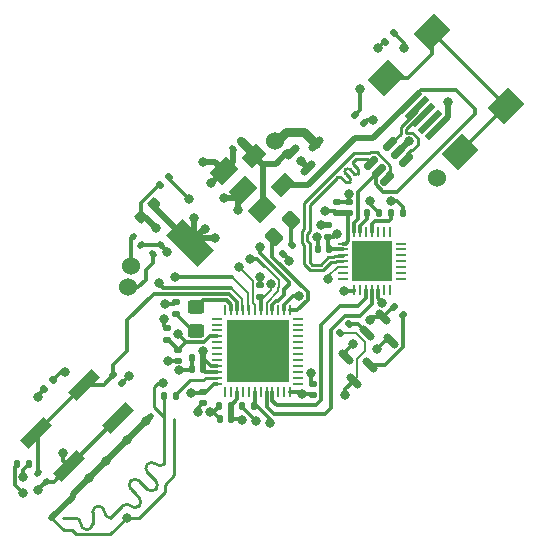
<source format=gbr>
%TF.GenerationSoftware,KiCad,Pcbnew,6.0.1-79c1e3a40b~116~ubuntu20.04.1*%
%TF.CreationDate,2022-02-07T17:34:26-08:00*%
%TF.ProjectId,MirageR1,4d697261-6765-4523-912e-6b696361645f,rev?*%
%TF.SameCoordinates,Original*%
%TF.FileFunction,Copper,L4,Bot*%
%TF.FilePolarity,Positive*%
%FSLAX46Y46*%
G04 Gerber Fmt 4.6, Leading zero omitted, Abs format (unit mm)*
G04 Created by KiCad (PCBNEW 6.0.1-79c1e3a40b~116~ubuntu20.04.1) date 2022-02-07 17:34:26*
%MOMM*%
%LPD*%
G01*
G04 APERTURE LIST*
G04 Aperture macros list*
%AMRoundRect*
0 Rectangle with rounded corners*
0 $1 Rounding radius*
0 $2 $3 $4 $5 $6 $7 $8 $9 X,Y pos of 4 corners*
0 Add a 4 corners polygon primitive as box body*
4,1,4,$2,$3,$4,$5,$6,$7,$8,$9,$2,$3,0*
0 Add four circle primitives for the rounded corners*
1,1,$1+$1,$2,$3*
1,1,$1+$1,$4,$5*
1,1,$1+$1,$6,$7*
1,1,$1+$1,$8,$9*
0 Add four rect primitives between the rounded corners*
20,1,$1+$1,$2,$3,$4,$5,0*
20,1,$1+$1,$4,$5,$6,$7,0*
20,1,$1+$1,$6,$7,$8,$9,0*
20,1,$1+$1,$8,$9,$2,$3,0*%
%AMRotRect*
0 Rectangle, with rotation*
0 The origin of the aperture is its center*
0 $1 length*
0 $2 width*
0 $3 Rotation angle, in degrees counterclockwise*
0 Add horizontal line*
21,1,$1,$2,0,0,$3*%
G04 Aperture macros list end*
%TA.AperFunction,SMDPad,CuDef*%
%ADD10RoundRect,0.062500X-0.337500X-0.062500X0.337500X-0.062500X0.337500X0.062500X-0.337500X0.062500X0*%
%TD*%
%TA.AperFunction,SMDPad,CuDef*%
%ADD11RoundRect,0.062500X-0.062500X-0.337500X0.062500X-0.337500X0.062500X0.337500X-0.062500X0.337500X0*%
%TD*%
%TA.AperFunction,SMDPad,CuDef*%
%ADD12R,5.300000X5.300000*%
%TD*%
%TA.AperFunction,SMDPad,CuDef*%
%ADD13R,3.350000X3.350000*%
%TD*%
%TA.AperFunction,SMDPad,CuDef*%
%ADD14RoundRect,0.150000X0.256326X0.468458X-0.468458X-0.256326X-0.256326X-0.468458X0.468458X0.256326X0*%
%TD*%
%TA.AperFunction,SMDPad,CuDef*%
%ADD15RotRect,2.000000X1.500000X225.000000*%
%TD*%
%TA.AperFunction,SMDPad,CuDef*%
%ADD16RotRect,2.000000X3.800000X225.000000*%
%TD*%
%TA.AperFunction,SMDPad,CuDef*%
%ADD17RotRect,2.800000X1.000000X225.000000*%
%TD*%
%TA.AperFunction,SMDPad,CuDef*%
%ADD18RoundRect,0.135000X0.135000X0.185000X-0.135000X0.185000X-0.135000X-0.185000X0.135000X-0.185000X0*%
%TD*%
%TA.AperFunction,SMDPad,CuDef*%
%ADD19RoundRect,0.135000X0.185000X-0.135000X0.185000X0.135000X-0.185000X0.135000X-0.185000X-0.135000X0*%
%TD*%
%TA.AperFunction,SMDPad,CuDef*%
%ADD20RoundRect,0.135000X-0.035355X0.226274X-0.226274X0.035355X0.035355X-0.226274X0.226274X-0.035355X0*%
%TD*%
%TA.AperFunction,SMDPad,CuDef*%
%ADD21RoundRect,0.135000X-0.226274X-0.035355X-0.035355X-0.226274X0.226274X0.035355X0.035355X0.226274X0*%
%TD*%
%TA.AperFunction,SMDPad,CuDef*%
%ADD22RoundRect,0.135000X0.035355X-0.226274X0.226274X-0.035355X-0.035355X0.226274X-0.226274X0.035355X0*%
%TD*%
%TA.AperFunction,SMDPad,CuDef*%
%ADD23RoundRect,0.135000X-0.135000X-0.185000X0.135000X-0.185000X0.135000X0.185000X-0.135000X0.185000X0*%
%TD*%
%TA.AperFunction,SMDPad,CuDef*%
%ADD24RoundRect,0.150000X-0.521491X0.309359X0.309359X-0.521491X0.521491X-0.309359X-0.309359X0.521491X0*%
%TD*%
%TA.AperFunction,SMDPad,CuDef*%
%ADD25RoundRect,0.150000X0.521491X-0.309359X-0.309359X0.521491X-0.521491X0.309359X0.309359X-0.521491X0*%
%TD*%
%TA.AperFunction,SMDPad,CuDef*%
%ADD26RoundRect,0.150000X-0.309359X-0.521491X0.521491X0.309359X0.309359X0.521491X-0.521491X-0.309359X0*%
%TD*%
%TA.AperFunction,SMDPad,CuDef*%
%ADD27RotRect,2.000000X2.500000X315.000000*%
%TD*%
%TA.AperFunction,SMDPad,CuDef*%
%ADD28RotRect,0.500000X2.500000X315.000000*%
%TD*%
%TA.AperFunction,SMDPad,CuDef*%
%ADD29RoundRect,0.250000X0.450000X-0.325000X0.450000X0.325000X-0.450000X0.325000X-0.450000X-0.325000X0*%
%TD*%
%TA.AperFunction,SMDPad,CuDef*%
%ADD30RoundRect,0.250000X-0.088388X0.548008X-0.548008X0.088388X0.088388X-0.548008X0.548008X-0.088388X0*%
%TD*%
%TA.AperFunction,SMDPad,CuDef*%
%ADD31RotRect,1.300000X1.700000X315.000000*%
%TD*%
%TA.AperFunction,SMDPad,CuDef*%
%ADD32RoundRect,0.140000X0.021213X-0.219203X0.219203X-0.021213X-0.021213X0.219203X-0.219203X0.021213X0*%
%TD*%
%TA.AperFunction,SMDPad,CuDef*%
%ADD33RoundRect,0.140000X0.219203X0.021213X0.021213X0.219203X-0.219203X-0.021213X-0.021213X-0.219203X0*%
%TD*%
%TA.AperFunction,SMDPad,CuDef*%
%ADD34RoundRect,0.140000X-0.170000X0.140000X-0.170000X-0.140000X0.170000X-0.140000X0.170000X0.140000X0*%
%TD*%
%TA.AperFunction,SMDPad,CuDef*%
%ADD35RoundRect,0.140000X-0.219203X-0.021213X-0.021213X-0.219203X0.219203X0.021213X0.021213X0.219203X0*%
%TD*%
%TA.AperFunction,SMDPad,CuDef*%
%ADD36RoundRect,0.140000X0.140000X0.170000X-0.140000X0.170000X-0.140000X-0.170000X0.140000X-0.170000X0*%
%TD*%
%TA.AperFunction,SMDPad,CuDef*%
%ADD37RoundRect,0.140000X0.170000X-0.140000X0.170000X0.140000X-0.170000X0.140000X-0.170000X-0.140000X0*%
%TD*%
%TA.AperFunction,SMDPad,CuDef*%
%ADD38RoundRect,0.225000X-0.017678X0.335876X-0.335876X0.017678X0.017678X-0.335876X0.335876X-0.017678X0*%
%TD*%
%TA.AperFunction,SMDPad,CuDef*%
%ADD39RoundRect,0.140000X-0.021213X0.219203X-0.219203X0.021213X0.021213X-0.219203X0.219203X-0.021213X0*%
%TD*%
%TA.AperFunction,ViaPad*%
%ADD40C,0.800000*%
%TD*%
%TA.AperFunction,ViaPad*%
%ADD41C,1.524000*%
%TD*%
%TA.AperFunction,Conductor*%
%ADD42C,0.250000*%
%TD*%
%TA.AperFunction,Conductor*%
%ADD43C,0.500000*%
%TD*%
%TA.AperFunction,Conductor*%
%ADD44C,0.293000*%
%TD*%
%TA.AperFunction,Conductor*%
%ADD45C,0.300000*%
%TD*%
%TA.AperFunction,Conductor*%
%ADD46C,0.261112*%
%TD*%
%TA.AperFunction,Conductor*%
%ADD47C,0.200000*%
%TD*%
%TA.AperFunction,Conductor*%
%ADD48C,0.750000*%
%TD*%
G04 APERTURE END LIST*
D10*
%TO.P,U4,1,VDDA*%
%TO.N,+3V3*%
X144017309Y-106631612D03*
%TO.P,U4,2,LNA_IN*%
%TO.N,LNA*%
X144017309Y-106131612D03*
%TO.P,U4,3,VDDA3P3*%
%TO.N,+3V3*%
X144017309Y-105631612D03*
%TO.P,U4,4,VDDA3P3*%
X144017309Y-105131612D03*
%TO.P,U4,5,SENSOR_VP*%
%TO.N,unconnected-(U4-Pad5)*%
X144017309Y-104631612D03*
%TO.P,U4,6,SENSOR_CAPP*%
%TO.N,unconnected-(U4-Pad6)*%
X144017309Y-104131612D03*
%TO.P,U4,7,SENSOR_CAPN*%
%TO.N,unconnected-(U4-Pad7)*%
X144017309Y-103631612D03*
%TO.P,U4,8,SENSOR_VN*%
%TO.N,unconnected-(U4-Pad8)*%
X144017309Y-103131612D03*
%TO.P,U4,9,EN*%
%TO.N,EN*%
X144017309Y-102631612D03*
%TO.P,U4,10,IO34*%
%TO.N,unconnected-(U4-Pad10)*%
X144017309Y-102131612D03*
%TO.P,U4,11,IO35*%
%TO.N,unconnected-(U4-Pad11)*%
X144017309Y-101631612D03*
%TO.P,U4,12,IO32*%
%TO.N,unconnected-(U4-Pad12)*%
X144017309Y-101131612D03*
D11*
%TO.P,U4,13,IO33*%
%TO.N,unconnected-(U4-Pad13)*%
X144717309Y-100431612D03*
%TO.P,U4,14,IO25*%
%TO.N,IO25*%
X145217309Y-100431612D03*
%TO.P,U4,15,IO26*%
%TO.N,IO26*%
X145717309Y-100431612D03*
%TO.P,U4,16,IO27*%
%TO.N,IO27*%
X146217309Y-100431612D03*
%TO.P,U4,17,IO14*%
%TO.N,IO14*%
X146717309Y-100431612D03*
%TO.P,U4,18,IO12*%
%TO.N,IO12*%
X147217309Y-100431612D03*
%TO.P,U4,19,VDD3P3_RTC*%
%TO.N,+3V3*%
X147717309Y-100431612D03*
%TO.P,U4,20,IO13*%
%TO.N,IO13*%
X148217309Y-100431612D03*
%TO.P,U4,21,IO15*%
%TO.N,IO15*%
X148717309Y-100431612D03*
%TO.P,U4,22,IO2*%
%TO.N,unconnected-(U4-Pad22)*%
X149217309Y-100431612D03*
%TO.P,U4,23,IO0*%
%TO.N,IO0*%
X149717309Y-100431612D03*
%TO.P,U4,24,IO4*%
%TO.N,IO4*%
X150217309Y-100431612D03*
D10*
%TO.P,U4,25,IO16*%
%TO.N,unconnected-(U4-Pad25)*%
X150917309Y-101131612D03*
%TO.P,U4,26,VDD_SDIO*%
%TO.N,unconnected-(U4-Pad26)*%
X150917309Y-101631612D03*
%TO.P,U4,27,IO17*%
%TO.N,unconnected-(U4-Pad27)*%
X150917309Y-102131612D03*
%TO.P,U4,28,SD2/IO9*%
%TO.N,unconnected-(U4-Pad28)*%
X150917309Y-102631612D03*
%TO.P,U4,29,SD3/IO10*%
%TO.N,unconnected-(U4-Pad29)*%
X150917309Y-103131612D03*
%TO.P,U4,30,CMD*%
%TO.N,unconnected-(U4-Pad30)*%
X150917309Y-103631612D03*
%TO.P,U4,31,CLK*%
%TO.N,unconnected-(U4-Pad31)*%
X150917309Y-104131612D03*
%TO.P,U4,32,SD0*%
%TO.N,unconnected-(U4-Pad32)*%
X150917309Y-104631612D03*
%TO.P,U4,33,SD1*%
%TO.N,unconnected-(U4-Pad33)*%
X150917309Y-105131612D03*
%TO.P,U4,34,IO5*%
%TO.N,unconnected-(U4-Pad34)*%
X150917309Y-105631612D03*
%TO.P,U4,35,IO18*%
%TO.N,unconnected-(U4-Pad35)*%
X150917309Y-106131612D03*
%TO.P,U4,36,IO23*%
%TO.N,unconnected-(U4-Pad36)*%
X150917309Y-106631612D03*
D11*
%TO.P,U4,37,VDD3P3_CPU*%
%TO.N,+3V3*%
X150217309Y-107331612D03*
%TO.P,U4,38,IO19*%
%TO.N,unconnected-(U4-Pad38)*%
X149717309Y-107331612D03*
%TO.P,U4,39,IO22*%
%TO.N,unconnected-(U4-Pad39)*%
X149217309Y-107331612D03*
%TO.P,U4,40,U0RXD/IO3*%
%TO.N,UART0RX*%
X148717309Y-107331612D03*
%TO.P,U4,41,U0TXD/IO1*%
%TO.N,UART0TX*%
X148217309Y-107331612D03*
%TO.P,U4,42,IO21*%
%TO.N,unconnected-(U4-Pad42)*%
X147717309Y-107331612D03*
%TO.P,U4,43,VDDA*%
%TO.N,+3V3*%
X147217309Y-107331612D03*
%TO.P,U4,44,XTAL_N_NC*%
%TO.N,unconnected-(U4-Pad44)*%
X146717309Y-107331612D03*
%TO.P,U4,45,XTAL_P_NC*%
%TO.N,unconnected-(U4-Pad45)*%
X146217309Y-107331612D03*
%TO.P,U4,46,VDDA*%
%TO.N,+3V3*%
X145717309Y-107331612D03*
%TO.P,U4,47,CAP2_NC*%
%TO.N,unconnected-(U4-Pad47)*%
X145217309Y-107331612D03*
%TO.P,U4,48,CAP1_NC*%
%TO.N,unconnected-(U4-Pad48)*%
X144717309Y-107331612D03*
D12*
%TO.P,U4,49,GND*%
%TO.N,GND*%
X147467309Y-103881612D03*
%TD*%
D10*
%TO.P,U3,1,~{DCD}*%
%TO.N,unconnected-(U3-Pad1)*%
X154700913Y-97766000D03*
%TO.P,U3,2,~{RI}/CLK*%
%TO.N,unconnected-(U3-Pad2)*%
X154700913Y-97266000D03*
%TO.P,U3,3,GND*%
%TO.N,GND*%
X154700913Y-96766000D03*
%TO.P,U3,4,D+*%
%TO.N,USB_D+*%
X154700913Y-96266000D03*
%TO.P,U3,5,D-*%
%TO.N,USB_D-*%
X154700913Y-95766000D03*
%TO.P,U3,6,VDD*%
%TO.N,+3V3*%
X154700913Y-95266000D03*
%TO.P,U3,7,VREGIN*%
X154700913Y-94766000D03*
D11*
%TO.P,U3,8,VBUS*%
%TO.N,VBUS*%
X155650913Y-93816000D03*
%TO.P,U3,9,~{RST}*%
%TO.N,Net-(R3-Pad1)*%
X156150913Y-93816000D03*
%TO.P,U3,10,NC*%
%TO.N,unconnected-(U3-Pad10)*%
X156650913Y-93816000D03*
%TO.P,U3,11,~{SUSPEND}*%
%TO.N,Net-(R6-Pad1)*%
X157150913Y-93816000D03*
%TO.P,U3,12,SUSPEND*%
%TO.N,unconnected-(U3-Pad12)*%
X157650913Y-93816000D03*
%TO.P,U3,13,CHREN*%
%TO.N,unconnected-(U3-Pad13)*%
X158150913Y-93816000D03*
%TO.P,U3,14,CHR1*%
%TO.N,unconnected-(U3-Pad14)*%
X158650913Y-93816000D03*
D10*
%TO.P,U3,15,CHR0*%
%TO.N,unconnected-(U3-Pad15)*%
X159600913Y-94766000D03*
%TO.P,U3,16,~{WAKEUP}/GPIO.3*%
%TO.N,unconnected-(U3-Pad16)*%
X159600913Y-95266000D03*
%TO.P,U3,17,RS485/GPIO.2*%
%TO.N,unconnected-(U3-Pad17)*%
X159600913Y-95766000D03*
%TO.P,U3,18,~{RXT}/GPIO.1*%
%TO.N,unconnected-(U3-Pad18)*%
X159600913Y-96266000D03*
%TO.P,U3,19,~{TXT}/GPIO.0*%
%TO.N,unconnected-(U3-Pad19)*%
X159600913Y-96766000D03*
%TO.P,U3,20,GPIO.6*%
%TO.N,unconnected-(U3-Pad20)*%
X159600913Y-97266000D03*
%TO.P,U3,21,GPIO.5*%
%TO.N,unconnected-(U3-Pad21)*%
X159600913Y-97766000D03*
D11*
%TO.P,U3,22,GPIO.4*%
%TO.N,unconnected-(U3-Pad22)*%
X158650913Y-98716000D03*
%TO.P,U3,23,~{CTS}*%
%TO.N,unconnected-(U3-Pad23)*%
X158150913Y-98716000D03*
%TO.P,U3,24,~{RTS}*%
%TO.N,RTS*%
X157650913Y-98716000D03*
%TO.P,U3,25,RXD*%
%TO.N,UART0TX*%
X157150913Y-98716000D03*
%TO.P,U3,26,TXD*%
%TO.N,UART0RX*%
X156650913Y-98716000D03*
%TO.P,U3,27,~{DSR}*%
%TO.N,unconnected-(U3-Pad27)*%
X156150913Y-98716000D03*
%TO.P,U3,28,~{DTR}*%
%TO.N,DTR*%
X155650913Y-98716000D03*
D13*
%TO.P,U3,29,GND*%
%TO.N,GND*%
X157150913Y-96266000D03*
%TD*%
D14*
%TO.P,U2,6,I/O1*%
%TO.N,USB_D-*%
X157074828Y-87957496D03*
%TO.P,U2,5,VBUS*%
%TO.N,VBUS*%
X157746579Y-88629247D03*
%TO.P,U2,4,I/O2*%
%TO.N,USB_D+*%
X158418330Y-89300998D03*
%TO.P,U2,3,I/O2*%
%TO.N,USB_CONN_D+*%
X160026998Y-87692330D03*
%TO.P,U2,2,GND*%
%TO.N,GND*%
X159355247Y-87020579D03*
%TO.P,U2,1,I/O1*%
%TO.N,USB_CONN_D-*%
X158683496Y-86348828D03*
%TD*%
D15*
%TO.P,U1,3,VI*%
%TO.N,REG_IN*%
X147853245Y-91871266D03*
%TO.P,U1,2,VO*%
%TO.N,+3V3*%
X146226899Y-90244921D03*
D16*
X141772127Y-94699693D03*
D15*
%TO.P,U1,1,GND*%
%TO.N,GND*%
X144600554Y-88618575D03*
%TD*%
D17*
%TO.P,SW2,2,2*%
%TO.N,+3V3*%
X131520517Y-113639736D03*
X135621736Y-109538517D03*
%TO.P,SW2,1,1*%
%TO.N,IO26*%
X128692090Y-110811309D03*
X132793309Y-106710090D03*
%TD*%
D18*
%TO.P,R14,2*%
%TO.N,GND*%
X139554722Y-107638705D03*
%TO.P,R14,1*%
%TO.N,LNA*%
X140574722Y-107638705D03*
%TD*%
D19*
%TO.P,R13,1*%
%TO.N,Net-(D8-Pad1)*%
X140538913Y-100724913D03*
%TO.P,R13,2*%
%TO.N,GND*%
X140538913Y-99704913D03*
%TD*%
D20*
%TO.P,R12,2*%
%TO.N,GND*%
X149650913Y-95624913D03*
%TO.P,R12,1*%
%TO.N,Net-(D7-Pad1)*%
X150372161Y-94903665D03*
%TD*%
D21*
%TO.P,R11,2*%
%TO.N,GND*%
X135966913Y-106618913D03*
%TO.P,R11,1*%
%TO.N,IO26*%
X135245665Y-105897665D03*
%TD*%
D22*
%TO.P,R10,1*%
%TO.N,RTS*%
X154472752Y-102321248D03*
%TO.P,R10,2*%
%TO.N,Net-(Q3-Pad1)*%
X155194000Y-101600000D03*
%TD*%
D21*
%TO.P,R9,1*%
%TO.N,DTR*%
X159044752Y-100116752D03*
%TO.P,R9,2*%
%TO.N,Net-(Q2-Pad1)*%
X159766000Y-100838000D03*
%TD*%
D20*
%TO.P,R8,2*%
%TO.N,GND*%
X139238635Y-89828023D03*
%TO.P,R8,1*%
%TO.N,Net-(D6-Pad1)*%
X139959883Y-89106775D03*
%TD*%
D19*
%TO.P,R7,1*%
%TO.N,EN*%
X139750913Y-102944913D03*
%TO.P,R7,2*%
%TO.N,+3V3*%
X139750913Y-101924913D03*
%TD*%
D23*
%TO.P,R6,2*%
%TO.N,GND*%
X159766000Y-92202000D03*
%TO.P,R6,1*%
%TO.N,Net-(R6-Pad1)*%
X158746000Y-92202000D03*
%TD*%
D20*
%TO.P,R5,2*%
%TO.N,GND*%
X158282752Y-77683248D03*
%TO.P,R5,1*%
%TO.N,Net-(D5-Pad1)*%
X159004000Y-76962000D03*
%TD*%
D23*
%TO.P,R4,1*%
%TO.N,Net-(D4-Pad1)*%
X127072913Y-113476913D03*
%TO.P,R4,2*%
%TO.N,GND*%
X128092913Y-113476913D03*
%TD*%
%TO.P,R3,2*%
%TO.N,+3V3*%
X157736000Y-92202000D03*
%TO.P,R3,1*%
%TO.N,Net-(R3-Pad1)*%
X156716000Y-92202000D03*
%TD*%
D21*
%TO.P,R2,2*%
%TO.N,GND*%
X156464000Y-84582000D03*
%TO.P,R2,1*%
%TO.N,Net-(D3-Pad1)*%
X155742752Y-83860752D03*
%TD*%
D20*
%TO.P,R1,2*%
%TO.N,GND*%
X129403665Y-107086161D03*
%TO.P,R1,1*%
%TO.N,Net-(D2-Pad1)*%
X130124913Y-106364913D03*
%TD*%
D24*
%TO.P,Q3,1,B*%
%TO.N,Net-(Q3-Pad1)*%
X156718000Y-102362000D03*
%TO.P,Q3,2,E*%
%TO.N,DTR*%
X158061503Y-101018497D03*
%TO.P,Q3,3,C*%
%TO.N,IO0*%
X158715577Y-103016074D03*
%TD*%
D25*
%TO.P,Q2,1,B*%
%TO.N,Net-(Q2-Pad1)*%
X156937577Y-105048074D03*
%TO.P,Q2,2,E*%
%TO.N,RTS*%
X155594074Y-106391577D03*
%TO.P,Q2,3,C*%
%TO.N,EN*%
X154940000Y-104394000D03*
%TD*%
D26*
%TO.P,Q1,1,G*%
%TO.N,GND*%
X151745926Y-88357577D03*
%TO.P,Q1,2,S*%
%TO.N,REG_IN*%
X150402423Y-87014074D03*
%TO.P,Q1,3,D*%
%TO.N,+5V*%
X152400000Y-86360000D03*
%TD*%
D27*
%TO.P,J1,6,Shield*%
%TO.N,unconnected-(J1-Pad6)*%
X162261340Y-76880120D03*
X158372253Y-80769208D03*
X164594792Y-86991747D03*
X168483880Y-83102660D03*
D28*
%TO.P,J1,5,GND*%
%TO.N,GND*%
X162614893Y-85011848D03*
%TO.P,J1,4,ID*%
%TO.N,unconnected-(J1-Pad4)*%
X162049208Y-84446163D03*
%TO.P,J1,3,D+*%
%TO.N,USB_CONN_D+*%
X161483522Y-83880478D03*
%TO.P,J1,2,D-*%
%TO.N,USB_CONN_D-*%
X160917837Y-83314792D03*
%TO.P,J1,1,VBUS*%
%TO.N,VBUS*%
X160352152Y-82749107D03*
%TD*%
D29*
%TO.P,D8,1,K*%
%TO.N,Net-(D8-Pad1)*%
X142250913Y-102174912D03*
%TO.P,D8,2,A*%
%TO.N,IO25*%
X142250913Y-100124912D03*
%TD*%
D30*
%TO.P,D7,2,A*%
%TO.N,IO4*%
X148826129Y-94249697D03*
%TO.P,D7,1,K*%
%TO.N,Net-(D7-Pad1)*%
X150275697Y-92800129D03*
%TD*%
D31*
%TO.P,D1,1*%
%TO.N,REG_IN*%
X147150913Y-87324913D03*
%TO.P,D1,2*%
%TO.N,VBUS*%
X149625787Y-89799787D03*
%TD*%
D32*
%TO.P,C18,2*%
%TO.N,GND*%
X139268913Y-94934913D03*
%TO.P,C18,1*%
%TO.N,IO0*%
X138590091Y-95613735D03*
%TD*%
D33*
%TO.P,C17,2*%
%TO.N,IO26*%
X128854913Y-114238913D03*
%TO.P,C17,1*%
%TO.N,+3V3*%
X129533735Y-114917735D03*
%TD*%
D34*
%TO.P,C16,2*%
%TO.N,GND*%
X140750913Y-104704913D03*
%TO.P,C16,1*%
%TO.N,EN*%
X140750913Y-103744913D03*
%TD*%
D35*
%TO.P,C15,2*%
%TO.N,GND*%
X137576324Y-94934913D03*
%TO.P,C15,1*%
%TO.N,EN*%
X136897502Y-94256091D03*
%TD*%
D36*
%TO.P,C14,2*%
%TO.N,GND*%
X141887512Y-105428618D03*
%TO.P,C14,1*%
%TO.N,+3V3*%
X142847512Y-105428618D03*
%TD*%
%TO.P,C13,2*%
%TO.N,GND*%
X141890913Y-104424913D03*
%TO.P,C13,1*%
%TO.N,+3V3*%
X142850913Y-104424913D03*
%TD*%
D37*
%TO.P,C12,2*%
%TO.N,GND*%
X147655838Y-98301815D03*
%TO.P,C12,1*%
%TO.N,+3V3*%
X147655838Y-99261815D03*
%TD*%
D36*
%TO.P,C11,1*%
%TO.N,+3V3*%
X153530913Y-95268000D03*
%TO.P,C11,2*%
%TO.N,GND*%
X152570913Y-95268000D03*
%TD*%
D37*
%TO.P,C10,2*%
%TO.N,GND*%
X153416000Y-93236000D03*
%TO.P,C10,1*%
%TO.N,+3V3*%
X153416000Y-94196000D03*
%TD*%
%TO.P,C9,2*%
%TO.N,GND*%
X155194000Y-91260000D03*
%TO.P,C9,1*%
%TO.N,+3V3*%
X155194000Y-92220000D03*
%TD*%
%TO.P,C8,2*%
%TO.N,GND*%
X154178000Y-91260000D03*
%TO.P,C8,1*%
%TO.N,+3V3*%
X154178000Y-92220000D03*
%TD*%
%TO.P,C7,1*%
%TO.N,+3V3*%
X152150913Y-107584913D03*
%TO.P,C7,2*%
%TO.N,GND*%
X152150913Y-106624913D03*
%TD*%
D36*
%TO.P,C6,2*%
%TO.N,GND*%
X146170913Y-108524913D03*
%TO.P,C6,1*%
%TO.N,+3V3*%
X147130913Y-108524913D03*
%TD*%
%TO.P,C5,2*%
%TO.N,GND*%
X144220964Y-108524913D03*
%TO.P,C5,1*%
%TO.N,+3V3*%
X145180964Y-108524913D03*
%TD*%
D34*
%TO.P,C4,2*%
%TO.N,GND*%
X142804669Y-108269938D03*
%TO.P,C4,1*%
%TO.N,+3V3*%
X142804669Y-107309938D03*
%TD*%
D36*
%TO.P,C3,2*%
%TO.N,GND*%
X144276700Y-109600548D03*
%TO.P,C3,1*%
%TO.N,+3V3*%
X145236700Y-109600548D03*
%TD*%
D38*
%TO.P,C2,2*%
%TO.N,GND*%
X137624018Y-92522509D03*
%TO.P,C2,1*%
%TO.N,+3V3*%
X138720034Y-91426493D03*
%TD*%
D39*
%TO.P,C1,2*%
%TO.N,GND*%
X145372091Y-86803735D03*
%TO.P,C1,1*%
%TO.N,REG_IN*%
X146050913Y-86124913D03*
%TD*%
D40*
%TO.N,GND*%
X136400000Y-118000000D03*
X133200000Y-114600000D03*
X134600000Y-113200000D03*
X136400000Y-111400000D03*
X138000000Y-109800000D03*
X139466495Y-106564194D03*
D41*
%TO.N,EN*%
X136728913Y-96712913D03*
D40*
%TO.N,Net-(D5-Pad1)*%
X159853351Y-78186887D03*
%TO.N,IO13*%
X146835751Y-96058922D03*
%TO.N,Net-(D3-Pad1)*%
X156131246Y-81724930D03*
%TO.N,IO15*%
X147631768Y-95031963D03*
%TO.N,Net-(D6-Pad1)*%
X141691395Y-91007715D03*
%TO.N,IO12*%
X145874302Y-96792648D03*
%TO.N,Net-(D4-Pad1)*%
X127614443Y-115910688D03*
%TO.N,IO14*%
X140505101Y-97617139D03*
%TO.N,Net-(D2-Pad1)*%
X131148034Y-105631668D03*
%TO.N,IO27*%
X139079990Y-98093321D03*
%TO.N,GND*%
X139640354Y-99884273D03*
D41*
X162658678Y-89225950D03*
D40*
X157635508Y-78236097D03*
X157241683Y-84304256D03*
X150138871Y-96287002D03*
X127636496Y-114559036D03*
X128840019Y-107733487D03*
%TO.N,+3V3*%
X128878035Y-115610185D03*
X131022219Y-112511170D03*
%TO.N,GND*%
X136601900Y-105972347D03*
%TO.N,+3V3*%
X139564746Y-101175904D03*
%TO.N,EN*%
X140728881Y-102447967D03*
X155509197Y-103287123D03*
%TO.N,IO0*%
X150953587Y-99231453D03*
X157575668Y-103723541D03*
%TO.N,RTS*%
X154898403Y-107573639D03*
X158016073Y-99774975D03*
%TO.N,DTR*%
X154762617Y-98778048D03*
X156938279Y-101262313D03*
%TO.N,+3V3*%
X148594956Y-98196342D03*
%TO.N,GND*%
X147655719Y-97589060D03*
%TO.N,+3V3*%
X142812337Y-103897713D03*
%TO.N,GND*%
X139855816Y-104699914D03*
X140833475Y-105477598D03*
%TO.N,+3V3*%
X141811255Y-107411426D03*
%TO.N,GND*%
X142382109Y-108997264D03*
X143392788Y-109000000D03*
%TO.N,+3V3*%
X151248245Y-107512150D03*
X148508148Y-109953708D03*
X146177999Y-109700036D03*
%TO.N,GND*%
X147347179Y-109784369D03*
X151976854Y-105727006D03*
X156324034Y-97018394D03*
X157981240Y-95500060D03*
X156333292Y-95527835D03*
X158000000Y-97000000D03*
X149000000Y-102000000D03*
X149000000Y-103881612D03*
X145805700Y-103435253D03*
X149000000Y-106000000D03*
X146000000Y-106000000D03*
X153456477Y-97807122D03*
X139794263Y-95450048D03*
X138833718Y-93444512D03*
%TO.N,+3V3*%
X142047994Y-92608169D03*
X145807536Y-91888256D03*
X144639678Y-90912375D03*
X143887770Y-94303963D03*
X142991879Y-93520058D03*
%TO.N,GND*%
X142880763Y-87832004D03*
X143509197Y-89674179D03*
X151167160Y-87749258D03*
X158750000Y-91186000D03*
X152789074Y-93206916D03*
X155199854Y-90586595D03*
%TO.N,+3V3*%
X154178000Y-93980000D03*
D41*
%TO.N,+5V*%
X148926078Y-86106000D03*
D40*
%TO.N,GND*%
X163576000Y-82804000D03*
%TO.N,+3V3*%
X153162000Y-92031595D03*
%TO.N,GND*%
X152475294Y-94243068D03*
%TO.N,+3V3*%
X156972000Y-91186000D03*
%TO.N,GND*%
X160274000Y-86106000D03*
D41*
%TO.N,IO0*%
X136474913Y-98490913D03*
%TD*%
D42*
%TO.N,GND*%
X130000000Y-118000000D02*
X131041943Y-119041943D01*
X131041943Y-119041943D02*
X131763437Y-119041943D01*
X131763437Y-119041943D02*
X132121176Y-119399682D01*
X132121176Y-119399682D02*
X135000318Y-119399682D01*
X135000318Y-119399682D02*
X136400000Y-118000000D01*
X139600000Y-115800000D02*
X137400000Y-118000000D01*
X137400000Y-118000000D02*
X136400000Y-118000000D01*
D43*
X133200000Y-114600000D02*
X131800000Y-116000000D01*
X134600000Y-113200000D02*
X133200000Y-114600000D01*
X136400000Y-111400000D02*
X134600000Y-113200000D01*
X138000000Y-109800000D02*
X136400000Y-111400000D01*
D42*
X139600000Y-115800000D02*
X139600000Y-115200000D01*
X139600000Y-115200000D02*
X140400000Y-114400000D01*
X140400000Y-114400000D02*
X140400000Y-109600000D01*
D43*
X138400000Y-109400000D02*
X138000000Y-109800000D01*
X131800000Y-116000000D02*
X131800000Y-116200000D01*
X131800000Y-116200000D02*
X130000000Y-118000000D01*
D44*
X139554722Y-107638705D02*
X139554722Y-109445278D01*
X139554722Y-109445278D02*
X139554722Y-113445278D01*
X139466495Y-106564194D02*
X139000000Y-106564194D01*
X139000000Y-106564194D02*
X138680818Y-106883376D01*
X138680818Y-106883376D02*
X138680818Y-108571374D01*
X138680818Y-108571374D02*
X139554722Y-109445278D01*
X136726293Y-115566598D02*
X137079846Y-115920151D01*
X138140510Y-115566599D02*
G75*
G03*
X138847614Y-115566599I353552J353557D01*
G01*
X134500000Y-117500000D02*
G75*
G03*
X135000000Y-118000000I500001J1D01*
G01*
X137786956Y-115213047D02*
X137786954Y-115213046D01*
X132000000Y-118000000D02*
G75*
G02*
X132500000Y-118500000I-1J-500001D01*
G01*
X137079847Y-115920153D02*
X137433401Y-116273707D01*
X138494061Y-114505937D02*
X138847616Y-114859492D01*
X137433399Y-116980813D02*
G75*
G03*
X137433400Y-116273708I-353553J353553D01*
G01*
X138847615Y-115566599D02*
X138847615Y-115566600D01*
X138140509Y-114152383D02*
G75*
G02*
X138140509Y-113445279I353554J353552D01*
G01*
X138140508Y-114152384D02*
X138494061Y-114505937D01*
X137079846Y-115920151D02*
X137079847Y-115920153D01*
X138140508Y-113445277D02*
X138140508Y-113445278D01*
X136726293Y-114859493D02*
X136726293Y-114859492D01*
X133000000Y-119000000D02*
G75*
G03*
X133500000Y-118500000I-1J500001D01*
G01*
X138847615Y-113445277D02*
G75*
G03*
X139554721Y-113445277I353553J353553D01*
G01*
X133500000Y-118000000D02*
X133500000Y-118500000D01*
X132500000Y-118500000D02*
G75*
G03*
X133000000Y-119000000I500001J1D01*
G01*
X138847614Y-115566598D02*
G75*
G03*
X138847615Y-114859493I-353553J353553D01*
G01*
X138140509Y-113445278D02*
G75*
G02*
X138847614Y-113445279I353552J-353554D01*
G01*
X136019188Y-116980815D02*
X135000000Y-118000000D01*
X138140509Y-115566600D02*
X137786956Y-115213047D01*
X136726294Y-115566597D02*
G75*
G02*
X136726294Y-114859493I353554J353552D01*
G01*
X138847614Y-113445278D02*
X138847615Y-113445278D01*
X136726294Y-114859494D02*
G75*
G02*
X137433399Y-114859493I353553J-353553D01*
G01*
X134000000Y-117000000D02*
G75*
G02*
X134500000Y-117500000I-1J-500001D01*
G01*
X133500000Y-117500000D02*
G75*
G02*
X134000000Y-117000000I500001J-1D01*
G01*
X136726295Y-116980814D02*
G75*
G03*
X137433399Y-116980814I353552J353557D01*
G01*
X136019188Y-116980817D02*
G75*
G02*
X136726293Y-116980816I353553J-353553D01*
G01*
X137786954Y-115213046D02*
X137433400Y-114859492D01*
X137433400Y-116980814D02*
X137433400Y-116980815D01*
X136019187Y-116980816D02*
X136019188Y-116980815D01*
X133500000Y-117500000D02*
X133500000Y-118000000D01*
X132000000Y-118000000D02*
X131000000Y-118000000D01*
D45*
X152570913Y-95268000D02*
X152570913Y-94338687D01*
X152570913Y-94338687D02*
X152475294Y-94243068D01*
%TO.N,+3V3*%
X153162000Y-92031595D02*
X153989595Y-92031595D01*
X153989595Y-92031595D02*
X154178000Y-92220000D01*
D46*
%TO.N,USB_D-*%
X155263819Y-89203159D02*
X154910265Y-88849605D01*
X155263820Y-89556713D02*
X155263819Y-89556713D01*
X154556713Y-89203160D02*
X154910266Y-89556713D01*
X154556712Y-89203160D02*
X154556713Y-89203160D01*
X151870156Y-93731372D02*
X151870156Y-91536164D01*
X151669933Y-94536405D02*
X151669933Y-93931595D01*
X151870156Y-94736628D02*
X151669933Y-94536405D01*
X152087385Y-96563276D02*
X151870156Y-96346047D01*
X154556712Y-89203160D02*
G75*
G03*
X154203160Y-89203160I-176776J-176776D01*
G01*
X154910265Y-88496052D02*
X154910267Y-88496053D01*
X155970926Y-88496052D02*
G75*
G02*
X155970926Y-88849606I-176778J-176777D01*
G01*
X153865624Y-95908076D02*
X153445604Y-95908076D01*
X155263820Y-89556713D02*
G75*
G02*
X154910266Y-89556713I-176777J176778D01*
G01*
X153989857Y-95783843D02*
X153865624Y-95908076D01*
X152790404Y-96563276D02*
X152087385Y-96563276D01*
X155970927Y-88849606D02*
G75*
G02*
X155617373Y-88849606I-176777J176778D01*
G01*
X154910265Y-88496051D02*
X154910265Y-88496052D01*
X151870156Y-96346047D02*
X151870156Y-94736628D01*
X154910265Y-88496051D02*
G75*
G03*
X154910265Y-88849605I176778J-176777D01*
G01*
X155263820Y-88496053D02*
X155617373Y-88849606D01*
X151669933Y-93931595D02*
X151870156Y-93731372D01*
X155263819Y-88496053D02*
G75*
G03*
X154910267Y-88496053I-176776J-176776D01*
G01*
X155263819Y-89203159D02*
G75*
G02*
X155263819Y-89556713I-176778J-176777D01*
G01*
X154700913Y-95766000D02*
X154683070Y-95783843D01*
X151870156Y-91536164D02*
X154203160Y-89203160D01*
X155617372Y-87788944D02*
G75*
G03*
X155617372Y-88142498I176778J-176777D01*
G01*
X153445604Y-95908076D02*
X152790404Y-96563276D01*
X155617373Y-87788946D02*
X155723439Y-87682881D01*
X155263819Y-88496053D02*
X155263820Y-88496053D01*
X154683070Y-95783843D02*
X153989857Y-95783843D01*
X155970927Y-88849606D02*
X155970926Y-88849606D01*
X155970926Y-88496052D02*
X155617372Y-88142498D01*
X155617372Y-87788944D02*
X155617372Y-87788945D01*
X155617372Y-87788945D02*
X155617373Y-87788946D01*
X155723439Y-87682881D02*
X155798164Y-87608156D01*
X155798164Y-87608156D02*
X156725488Y-87608156D01*
X156725488Y-87608156D02*
X157074828Y-87957496D01*
D45*
%TO.N,GND*%
X152789074Y-93206916D02*
X153386916Y-93206916D01*
X153386916Y-93206916D02*
X153416000Y-93236000D01*
X155194000Y-91260000D02*
X155194000Y-90592449D01*
X155194000Y-90592449D02*
X155199854Y-90586595D01*
D44*
%TO.N,LNA*%
X140574722Y-107638705D02*
X140574722Y-107492057D01*
X140574722Y-107492057D02*
X141733487Y-106333292D01*
X141733487Y-106333292D02*
X142877792Y-106333292D01*
X142877792Y-106333292D02*
X143083452Y-106127632D01*
X143083452Y-106127632D02*
X144013329Y-106127632D01*
X144013329Y-106127632D02*
X144017309Y-106131612D01*
D45*
%TO.N,unconnected-(J1-Pad6)*%
X158372253Y-80769208D02*
X160230792Y-80769208D01*
X160230792Y-80769208D02*
X162261340Y-78738660D01*
X162261340Y-78738660D02*
X162261340Y-76880120D01*
X168483880Y-83102660D02*
X162261340Y-76880120D01*
X164594792Y-86991747D02*
X168483880Y-83102660D01*
D43*
%TO.N,+3V3*%
X142850913Y-104424913D02*
X142850913Y-105425217D01*
X142850913Y-105425217D02*
X142847512Y-105428618D01*
D45*
X144017309Y-105631612D02*
X143050506Y-105631612D01*
X143050506Y-105631612D02*
X142847512Y-105428618D01*
D47*
%TO.N,IO13*%
X149212539Y-98817980D02*
X149212539Y-98568018D01*
X149294467Y-97846707D02*
X148093943Y-96646183D01*
X149212539Y-98568018D02*
X149294467Y-98486090D01*
X149294467Y-98486090D02*
X149294467Y-97846707D01*
X148093943Y-96646183D02*
X148023233Y-96646183D01*
%TO.N,+3V3*%
X147655838Y-99261815D02*
X148024537Y-99261815D01*
X148024537Y-99261815D02*
X148594956Y-98691396D01*
X148594956Y-98691396D02*
X148594956Y-98196342D01*
%TO.N,IO13*%
X148217309Y-100431612D02*
X148217309Y-99813210D01*
X148217309Y-99813210D02*
X149212539Y-98817980D01*
D45*
%TO.N,+3V3*%
X143272534Y-104869521D02*
X143262528Y-104869521D01*
X143534625Y-105131612D02*
X143272534Y-104869521D01*
X144017309Y-105131612D02*
X143534625Y-105131612D01*
X143262528Y-104869521D02*
X142850913Y-104457906D01*
X142850913Y-104457906D02*
X142850913Y-104424913D01*
%TO.N,Net-(D5-Pad1)*%
X159853351Y-78186887D02*
X159853351Y-77811351D01*
X159853351Y-77811351D02*
X159004000Y-76962000D01*
%TO.N,IO13*%
X147435972Y-96058922D02*
X146835751Y-96058922D01*
X148023233Y-96646183D02*
X147435972Y-96058922D01*
%TO.N,Net-(D3-Pad1)*%
X156131246Y-81724930D02*
X156131246Y-83472258D01*
X156131246Y-83472258D02*
X155742752Y-83860752D01*
%TO.N,IO15*%
X150098135Y-98014657D02*
X148245721Y-96162243D01*
X148245721Y-96162243D02*
X147631768Y-95548290D01*
X150098135Y-98287123D02*
X150098135Y-98014657D01*
X147631768Y-95548290D02*
X147631768Y-95031963D01*
X149726506Y-98658752D02*
X150098135Y-98287123D01*
X149726506Y-99112762D02*
X149726506Y-98658752D01*
X149199307Y-99639961D02*
X149726506Y-99112762D01*
X148717309Y-100431612D02*
X148717309Y-99948928D01*
X148717309Y-99948928D02*
X149026276Y-99639961D01*
X149026276Y-99639961D02*
X149199307Y-99639961D01*
%TO.N,Net-(D6-Pad1)*%
X139959883Y-89106775D02*
X139959883Y-89276203D01*
X139959883Y-89276203D02*
X141691395Y-91007715D01*
D47*
%TO.N,IO12*%
X147217309Y-100431612D02*
X147217309Y-99965592D01*
X147217309Y-99965592D02*
X147046318Y-99794601D01*
X147046318Y-99794601D02*
X147046318Y-97964664D01*
X147046318Y-97964664D02*
X145874302Y-96792648D01*
%TO.N,IO14*%
X146717309Y-100431612D02*
X146646798Y-100361101D01*
X146646798Y-100361101D02*
X146646798Y-98990897D01*
X146646798Y-98990897D02*
X145273040Y-97617139D01*
%TO.N,IO27*%
X146217309Y-100431612D02*
X146166829Y-100381132D01*
X146166829Y-100381132D02*
X146166829Y-99460402D01*
X146166829Y-99460402D02*
X145206908Y-98500481D01*
D45*
%TO.N,Net-(D4-Pad1)*%
X127614443Y-115910688D02*
X126886985Y-115183230D01*
X126886985Y-115183230D02*
X126886985Y-113662841D01*
X126886985Y-113662841D02*
X127072913Y-113476913D01*
%TO.N,IO14*%
X145273040Y-97617139D02*
X140505101Y-97617139D01*
%TO.N,Net-(D2-Pad1)*%
X131148034Y-105631668D02*
X130858158Y-105631668D01*
X130858158Y-105631668D02*
X130124913Y-106364913D01*
%TO.N,IO27*%
X145206908Y-98500481D02*
X144793091Y-98500481D01*
X139487150Y-98500481D02*
X139079990Y-98093321D01*
X144793091Y-98500481D02*
X139487150Y-98500481D01*
D43*
%TO.N,GND*%
X163576000Y-82804000D02*
X163576000Y-84050741D01*
X163576000Y-84050741D02*
X162614893Y-85011848D01*
D45*
X139640354Y-99884273D02*
X140359553Y-99884273D01*
X140359553Y-99884273D02*
X140538913Y-99704913D01*
X158282752Y-77683248D02*
X158188357Y-77683248D01*
X158188357Y-77683248D02*
X157635508Y-78236097D01*
X157241683Y-84304256D02*
X156741744Y-84304256D01*
X156741744Y-84304256D02*
X156464000Y-84582000D01*
X150138871Y-96287002D02*
X150138871Y-96112871D01*
X150138871Y-96112871D02*
X149650913Y-95624913D01*
%TO.N,IO0*%
X137978267Y-97035474D02*
X137978267Y-97866682D01*
X138000000Y-97013741D02*
X137978267Y-97035474D01*
X138000000Y-97000000D02*
X138000000Y-97013741D01*
X138590091Y-95613735D02*
X138590091Y-96423650D01*
X137978267Y-97866682D02*
X137354036Y-98490913D01*
X138590091Y-96423650D02*
X138013741Y-97000000D01*
X138013741Y-97000000D02*
X138000000Y-97000000D01*
X137354036Y-98490913D02*
X136474913Y-98490913D01*
%TO.N,EN*%
X136897502Y-94256091D02*
X136728913Y-94424680D01*
X136728913Y-94424680D02*
X136728913Y-96712913D01*
%TO.N,GND*%
X127636496Y-114559036D02*
X127636496Y-113933330D01*
X127636496Y-113933330D02*
X128092913Y-113476913D01*
X128840019Y-107733487D02*
X128840019Y-107649807D01*
X128840019Y-107649807D02*
X129403665Y-107086161D01*
%TO.N,+3V3*%
X131022219Y-112511170D02*
X131022219Y-113141438D01*
X131022219Y-113141438D02*
X131520517Y-113639736D01*
X128878035Y-115610185D02*
X128878035Y-115573435D01*
X128878035Y-115573435D02*
X129533735Y-114917735D01*
%TO.N,GND*%
X135966913Y-106618913D02*
X135966913Y-106607334D01*
X135966913Y-106607334D02*
X136601900Y-105972347D01*
%TO.N,+3V3*%
X131520517Y-113639736D02*
X135621736Y-109538517D01*
X129533735Y-114917735D02*
X130242518Y-114917735D01*
X130242518Y-114917735D02*
X131520517Y-113639736D01*
%TO.N,IO26*%
X128692090Y-110811309D02*
X128854913Y-110974132D01*
X128854913Y-110974132D02*
X128854913Y-114238913D01*
X132793309Y-106710090D02*
X128692090Y-110811309D01*
X132793309Y-106710090D02*
X134433240Y-106710090D01*
X134433240Y-106710090D02*
X135245665Y-105897665D01*
X145717309Y-100431612D02*
X145717309Y-99717309D01*
X145717309Y-99717309D02*
X145000000Y-99000000D01*
X145000000Y-99000000D02*
X138693735Y-99000000D01*
X138693735Y-99000000D02*
X136440068Y-101253667D01*
X136440068Y-101253667D02*
X136440068Y-103840018D01*
X136440068Y-103840018D02*
X135245665Y-105034421D01*
X135245665Y-105034421D02*
X135245665Y-105897665D01*
%TO.N,Net-(D8-Pad1)*%
X142250913Y-102174912D02*
X141988912Y-102174912D01*
X141988912Y-102174912D02*
X140538913Y-100724913D01*
%TO.N,IO25*%
X145217309Y-100431612D02*
X145217309Y-99948928D01*
X142797996Y-99577829D02*
X142250913Y-100124912D01*
X145217309Y-99948928D02*
X144846210Y-99577829D01*
X144846210Y-99577829D02*
X142797996Y-99577829D01*
%TO.N,IO4*%
X151703098Y-98913192D02*
X148677751Y-95887845D01*
X151703098Y-99541912D02*
X151703098Y-98913192D01*
X150813398Y-100431612D02*
X151703098Y-99541912D01*
X150217309Y-100431612D02*
X150813398Y-100431612D01*
X148677751Y-94398075D02*
X148826129Y-94249697D01*
X148677751Y-95887845D02*
X148677751Y-94398075D01*
%TO.N,Net-(D7-Pad1)*%
X150275697Y-92800129D02*
X150275697Y-94807201D01*
X150275697Y-94807201D02*
X150372161Y-94903665D01*
D43*
%TO.N,GND*%
X142880763Y-87832004D02*
X143813983Y-87832004D01*
X143813983Y-87832004D02*
X144600554Y-88618575D01*
X143509197Y-89674179D02*
X143544950Y-89674179D01*
X143544950Y-89674179D02*
X144600554Y-88618575D01*
X145372091Y-86803735D02*
X145372091Y-87847038D01*
X145372091Y-87847038D02*
X144600554Y-88618575D01*
%TO.N,REG_IN*%
X147853245Y-91871266D02*
X147913856Y-91810655D01*
X147913856Y-91810655D02*
X147913856Y-88087856D01*
X147913856Y-88087856D02*
X147826000Y-88000000D01*
X150402423Y-87014074D02*
X149985926Y-87014074D01*
X149985926Y-87014074D02*
X149000000Y-88000000D01*
X149000000Y-88000000D02*
X147826000Y-88000000D01*
X147826000Y-88000000D02*
X147150913Y-87324913D01*
%TO.N,+3V3*%
X145807536Y-91888256D02*
X145807536Y-90664284D01*
X145807536Y-90664284D02*
X146226899Y-90244921D01*
X144639678Y-90912375D02*
X145559445Y-90912375D01*
X145559445Y-90912375D02*
X146226899Y-90244921D01*
X138720034Y-91426493D02*
X138720034Y-91647600D01*
X138720034Y-91647600D02*
X141772127Y-94699693D01*
X143887770Y-94303963D02*
X142167857Y-94303963D01*
X142167857Y-94303963D02*
X141772127Y-94699693D01*
X142991879Y-93520058D02*
X142951762Y-93520058D01*
X142951762Y-93520058D02*
X141772127Y-94699693D01*
X142047994Y-92608169D02*
X142047994Y-94423826D01*
X142047994Y-94423826D02*
X141772127Y-94699693D01*
D45*
%TO.N,GND*%
X139238635Y-89828023D02*
X139152456Y-89828023D01*
X139152456Y-89828023D02*
X137624018Y-91356461D01*
X137624018Y-91356461D02*
X137624018Y-92522509D01*
D43*
X137624018Y-92522509D02*
X137911715Y-92522509D01*
X137911715Y-92522509D02*
X138833718Y-93444512D01*
D45*
%TO.N,+3V3*%
X139564746Y-101175904D02*
X139564746Y-101738746D01*
X139564746Y-101738746D02*
X139750913Y-101924913D01*
%TO.N,EN*%
X140728881Y-102447967D02*
X141380346Y-103099432D01*
X141380346Y-103099432D02*
X141396394Y-103099432D01*
X154940000Y-104394000D02*
X154940000Y-103856320D01*
X154940000Y-103856320D02*
X155509197Y-103287123D01*
%TO.N,IO0*%
X150953587Y-99231453D02*
X150434784Y-99231453D01*
X150434784Y-99231453D02*
X149717309Y-99948928D01*
X149717309Y-99948928D02*
X149717309Y-100431612D01*
X158283135Y-103016074D02*
X157575668Y-103723541D01*
X158715577Y-103016074D02*
X158283135Y-103016074D01*
D47*
%TO.N,RTS*%
X154472752Y-102321248D02*
X155829398Y-102321248D01*
X155829398Y-102321248D02*
X156595022Y-103086872D01*
X156595022Y-103086872D02*
X156595022Y-103850667D01*
X155911011Y-104534678D02*
X155911011Y-106074640D01*
X156595022Y-103850667D02*
X155911011Y-104534678D01*
X155911011Y-106074640D02*
X155594074Y-106391577D01*
D45*
X154898403Y-107087248D02*
X155594074Y-106391577D01*
X154898403Y-107573639D02*
X154898403Y-107087248D01*
X157650913Y-99409815D02*
X158016073Y-99774975D01*
X157650913Y-98716000D02*
X157650913Y-99409815D01*
%TO.N,DTR*%
X157151234Y-101018497D02*
X157030860Y-101138871D01*
X158061503Y-101018497D02*
X157151234Y-101018497D01*
X157030860Y-101138871D02*
X156938279Y-101231452D01*
X156938279Y-101231452D02*
X156938279Y-101262313D01*
X154762617Y-98778048D02*
X155588865Y-98778048D01*
X155588865Y-98778048D02*
X155650913Y-98716000D01*
%TO.N,Net-(Q3-Pad1)*%
X155194000Y-101600000D02*
X155956000Y-101600000D01*
X155956000Y-101600000D02*
X156718000Y-102362000D01*
%TO.N,GND*%
X146170913Y-108524913D02*
X146170913Y-108608103D01*
X146170913Y-108608103D02*
X147347179Y-109784369D01*
X147655838Y-98301815D02*
X147655838Y-97589179D01*
X147655838Y-97589179D02*
X147655719Y-97589060D01*
X149000000Y-102000000D02*
X149000000Y-102348921D01*
X149000000Y-102348921D02*
X147467309Y-103881612D01*
X149000000Y-106000000D02*
X149000000Y-105414303D01*
X149000000Y-105414303D02*
X147467309Y-103881612D01*
X147467309Y-103881612D02*
X149000000Y-103881612D01*
X146000000Y-106000000D02*
X146000000Y-105348921D01*
X146000000Y-105348921D02*
X147467309Y-103881612D01*
X145805700Y-103435253D02*
X147020950Y-103435253D01*
X147020950Y-103435253D02*
X147467309Y-103881612D01*
%TO.N,+3V3*%
X142812337Y-103897713D02*
X142812337Y-104386337D01*
X142812337Y-104386337D02*
X142850913Y-104424913D01*
%TO.N,GND*%
X151976854Y-105727006D02*
X151976854Y-106450854D01*
X151976854Y-106450854D02*
X152150913Y-106624913D01*
D47*
X158000000Y-97000000D02*
X157884913Y-97000000D01*
X157884913Y-97000000D02*
X157150913Y-96266000D01*
X157981240Y-95500060D02*
X157916853Y-95500060D01*
X157916853Y-95500060D02*
X157150913Y-96266000D01*
X156333292Y-95527835D02*
X156412748Y-95527835D01*
X156412748Y-95527835D02*
X157150913Y-96266000D01*
X156324034Y-97018394D02*
X156398519Y-97018394D01*
X156398519Y-97018394D02*
X157150913Y-96266000D01*
X153456477Y-97807122D02*
X153456477Y-97543523D01*
X153456477Y-97543523D02*
X154234000Y-96766000D01*
X154234000Y-96766000D02*
X154700913Y-96766000D01*
D45*
X141887512Y-105428618D02*
X141887512Y-104428314D01*
X141887512Y-104428314D02*
X141890913Y-104424913D01*
X140833475Y-105477598D02*
X141838532Y-105477598D01*
X141838532Y-105477598D02*
X141887512Y-105428618D01*
X140750913Y-104704913D02*
X139860815Y-104704913D01*
X139860815Y-104704913D02*
X139855816Y-104699914D01*
%TO.N,EN*%
X144017309Y-102631612D02*
X143417062Y-102631612D01*
X143417062Y-102631612D02*
X142949242Y-103099432D01*
X141396394Y-103099432D02*
X140750913Y-103744913D01*
X142949242Y-103099432D02*
X141396394Y-103099432D01*
%TO.N,+3V3*%
X141811255Y-107411426D02*
X142703181Y-107411426D01*
X142703181Y-107411426D02*
X142804669Y-107309938D01*
%TO.N,GND*%
X142382109Y-108997264D02*
X142382109Y-108692498D01*
X142382109Y-108692498D02*
X142804669Y-108269938D01*
X143392788Y-109000000D02*
X143676152Y-109000000D01*
X143676152Y-109000000D02*
X144276700Y-109600548D01*
X143392788Y-109000000D02*
X143745877Y-109000000D01*
X143745877Y-109000000D02*
X144220964Y-108524913D01*
%TO.N,+3V3*%
X147130913Y-108524913D02*
X147442485Y-108524913D01*
X147442485Y-108524913D02*
X148508148Y-109590576D01*
X148508148Y-109590576D02*
X148508148Y-109953708D01*
X151248245Y-107512150D02*
X152078150Y-107512150D01*
X152078150Y-107512150D02*
X152150913Y-107584913D01*
X150217309Y-107331612D02*
X151067707Y-107331612D01*
X151067707Y-107331612D02*
X151248245Y-107512150D01*
X145236700Y-109600548D02*
X146078511Y-109600548D01*
X146078511Y-109600548D02*
X146177999Y-109700036D01*
D47*
%TO.N,GND*%
X156650913Y-96766000D02*
X157150913Y-96266000D01*
D45*
X139268913Y-94934913D02*
X139279128Y-94934913D01*
X139279128Y-94934913D02*
X139794263Y-95450048D01*
X137576324Y-94934913D02*
X137606225Y-94905012D01*
X137606225Y-94905012D02*
X139239012Y-94905012D01*
X139239012Y-94905012D02*
X139268913Y-94934913D01*
D43*
X151167160Y-87749258D02*
X151167160Y-87778811D01*
X151167160Y-87778811D02*
X151745926Y-88357577D01*
D45*
%TO.N,DTR*%
X159044752Y-100116752D02*
X158963248Y-100116752D01*
X158963248Y-100116752D02*
X158061503Y-101018497D01*
%TO.N,Net-(Q2-Pad1)*%
X159766000Y-100838000D02*
X159766000Y-103502929D01*
X158220855Y-105048074D02*
X156937577Y-105048074D01*
X159766000Y-103502929D02*
X158220855Y-105048074D01*
%TO.N,UART0TX*%
X157150913Y-98716000D02*
X157150913Y-99897087D01*
X157150913Y-99897087D02*
X156158793Y-100889207D01*
X148217309Y-108593309D02*
X148217309Y-107331612D01*
X156158793Y-100889207D02*
X154888793Y-100889207D01*
X154888793Y-100889207D02*
X153670000Y-102108000D01*
X153162000Y-109220000D02*
X148844000Y-109220000D01*
X153670000Y-102108000D02*
X153670000Y-108712000D01*
X153670000Y-108712000D02*
X153162000Y-109220000D01*
X148844000Y-109220000D02*
X148217309Y-108593309D01*
%TO.N,UART0RX*%
X148717309Y-107331612D02*
X148717309Y-108076349D01*
X148717309Y-108076349D02*
X148716829Y-108076829D01*
X148716829Y-108076829D02*
X149098000Y-108458000D01*
X156651393Y-99380607D02*
X156651393Y-98716480D01*
X149098000Y-108458000D02*
X152400000Y-108458000D01*
X152400000Y-108458000D02*
X152810433Y-108047567D01*
X154432000Y-100076000D02*
X155956000Y-100076000D01*
X152810433Y-108047567D02*
X152810433Y-101697567D01*
X152810433Y-101697567D02*
X154432000Y-100076000D01*
X155956000Y-100076000D02*
X156651393Y-99380607D01*
X156651393Y-98716480D02*
X156650913Y-98716000D01*
%TO.N,GND*%
X158750000Y-91186000D02*
X159258000Y-91186000D01*
X159258000Y-91186000D02*
X159766000Y-91694000D01*
X159766000Y-91694000D02*
X159766000Y-92202000D01*
%TO.N,+3V3*%
X156972000Y-91186000D02*
X156972000Y-91438000D01*
X156972000Y-91438000D02*
X157736000Y-92202000D01*
%TO.N,GND*%
X154178000Y-91260000D02*
X155194000Y-91260000D01*
%TO.N,+3V3*%
X153416000Y-94196000D02*
X153962000Y-94196000D01*
X153962000Y-94196000D02*
X154178000Y-93980000D01*
X153416000Y-94196000D02*
X153416000Y-95153087D01*
X153416000Y-95153087D02*
X153530913Y-95268000D01*
X154700913Y-94766000D02*
X154916000Y-94766000D01*
X154916000Y-94766000D02*
X155126402Y-94555598D01*
X155126402Y-94555598D02*
X155126402Y-92287598D01*
X155126402Y-92287598D02*
X155194000Y-92220000D01*
D46*
%TO.N,USB_CONN_D-*%
X159562686Y-84907310D02*
X160917837Y-83552159D01*
X159562686Y-85469638D02*
X159562686Y-84907310D01*
%TO.N,USB_CONN_D+*%
X160026998Y-85375933D02*
X160026998Y-85099636D01*
X160026998Y-87692330D02*
X160026998Y-87239890D01*
X160576405Y-85375933D02*
X160026998Y-85375933D01*
%TO.N,USB_CONN_D-*%
X158683496Y-86348828D02*
X159562686Y-85469638D01*
%TO.N,USB_CONN_D+*%
X161004067Y-85803595D02*
X160576405Y-85375933D01*
X161004067Y-86408405D02*
X161004067Y-85803595D01*
X160026998Y-85099636D02*
X161246156Y-83880478D01*
X160576405Y-86836067D02*
X161004067Y-86408405D01*
X160430821Y-86836067D02*
X160576405Y-86836067D01*
X161246156Y-83880478D02*
X161483522Y-83880478D01*
X160026998Y-87239890D02*
X160430821Y-86836067D01*
%TO.N,USB_CONN_D-*%
X160917837Y-83552159D02*
X160917837Y-83314792D01*
%TO.N,USB_D+*%
X154683070Y-96248157D02*
X154700913Y-96266000D01*
X153637941Y-96372379D02*
X154057945Y-96372379D01*
X154182166Y-96248157D02*
X154683070Y-96248157D01*
X158695112Y-88571776D02*
X158695112Y-88174066D01*
X152982732Y-97027588D02*
X153637941Y-96372379D01*
X151405844Y-96538375D02*
X151895057Y-97027588D01*
X151895057Y-97027588D02*
X152982732Y-97027588D01*
X151405844Y-94928939D02*
X151405844Y-96538375D01*
X151205630Y-94728726D02*
X151405844Y-94928939D01*
X151205630Y-93739275D02*
X151205630Y-94728726D01*
X151405844Y-93539060D02*
X151205630Y-93739275D01*
X155605836Y-87143844D02*
X151405844Y-91343836D01*
X151405844Y-91343836D02*
X151405844Y-93539060D01*
X158418330Y-89300998D02*
X158418330Y-88848558D01*
X158418330Y-88848558D02*
X158695112Y-88571776D01*
X157530009Y-87008963D02*
X157052695Y-87008963D01*
X154057945Y-96372379D02*
X154182166Y-96248157D01*
X156917814Y-87143844D02*
X155605836Y-87143844D01*
X157052695Y-87008963D02*
X156917814Y-87143844D01*
X158695112Y-88174066D02*
X157530009Y-87008963D01*
D48*
%TO.N,+5V*%
X149098000Y-86106000D02*
X149860000Y-85344000D01*
X151384000Y-85344000D02*
X152400000Y-86360000D01*
X148926078Y-86106000D02*
X149098000Y-86106000D01*
X149860000Y-85344000D02*
X151384000Y-85344000D01*
%TO.N,REG_IN*%
X147150913Y-87324913D02*
X147150913Y-87224913D01*
X147150913Y-87224913D02*
X146050913Y-86124913D01*
D45*
%TO.N,+3V3*%
X154700913Y-95266000D02*
X153532913Y-95266000D01*
X153532913Y-95266000D02*
X153530913Y-95268000D01*
D43*
X154178000Y-92220000D02*
X155194000Y-92220000D01*
%TO.N,GND*%
X159355247Y-87020579D02*
X159359421Y-87020579D01*
X159359421Y-87020579D02*
X160274000Y-86106000D01*
D45*
%TO.N,VBUS*%
X157746579Y-88629247D02*
X157450353Y-88925473D01*
X157450353Y-88925473D02*
X157450353Y-89764233D01*
X157450353Y-89764233D02*
X158110120Y-90424000D01*
X158110120Y-90424000D02*
X159254031Y-90424000D01*
X164269405Y-81788000D02*
X161313259Y-81788000D01*
X159254031Y-90424000D02*
X165862000Y-83816031D01*
X165862000Y-83816031D02*
X165862000Y-83380595D01*
X165862000Y-83380595D02*
X164269405Y-81788000D01*
X161313259Y-81788000D02*
X160352152Y-82749107D01*
D43*
X149625787Y-89799787D02*
X151754213Y-89799787D01*
X151754213Y-89799787D02*
X155702000Y-85852000D01*
X155702000Y-85852000D02*
X157249259Y-85852000D01*
X157249259Y-85852000D02*
X160352152Y-82749107D01*
D45*
%TO.N,Net-(R6-Pad1)*%
X158588480Y-92871520D02*
X158750000Y-92710000D01*
X157400306Y-92871520D02*
X158588480Y-92871520D01*
X157150913Y-93120913D02*
X157400306Y-92871520D01*
X157150913Y-93816000D02*
X157150913Y-93120913D01*
X158750000Y-92710000D02*
X158750000Y-92206000D01*
X158750000Y-92206000D02*
X158746000Y-92202000D01*
%TO.N,VBUS*%
X155650913Y-93015087D02*
X155956000Y-92710000D01*
X155650913Y-93816000D02*
X155650913Y-93015087D01*
X155956000Y-92710000D02*
X155956000Y-90419826D01*
X155956000Y-90419826D02*
X157746579Y-88629247D01*
%TO.N,Net-(R3-Pad1)*%
X156150913Y-93816000D02*
X156150913Y-93277087D01*
X156150913Y-93277087D02*
X156716000Y-92712000D01*
X156716000Y-92712000D02*
X156716000Y-92202000D01*
%TO.N,VBUS*%
X157746579Y-88629247D02*
X157226000Y-89149826D01*
D43*
%TO.N,+3V3*%
X145236700Y-109600548D02*
X145236700Y-108580649D01*
X145236700Y-108580649D02*
X145180964Y-108524913D01*
D45*
%TO.N,EN*%
X139750913Y-102944913D02*
X139950913Y-102944913D01*
X139950913Y-102944913D02*
X140750913Y-103744913D01*
%TO.N,+3V3*%
X147717309Y-100431612D02*
X147717309Y-99323286D01*
X147717309Y-99323286D02*
X147655838Y-99261815D01*
X147217309Y-107331612D02*
X147217309Y-108438517D01*
X147217309Y-108438517D02*
X147130913Y-108524913D01*
X145717309Y-107331612D02*
X145717309Y-107969495D01*
X145717309Y-107969495D02*
X145180964Y-108505840D01*
X145180964Y-108505840D02*
X145180964Y-108524913D01*
X144017309Y-106631612D02*
X143812388Y-106631612D01*
X143812388Y-106631612D02*
X143134062Y-107309938D01*
X143134062Y-107309938D02*
X142804669Y-107309938D01*
%TD*%
M02*

</source>
